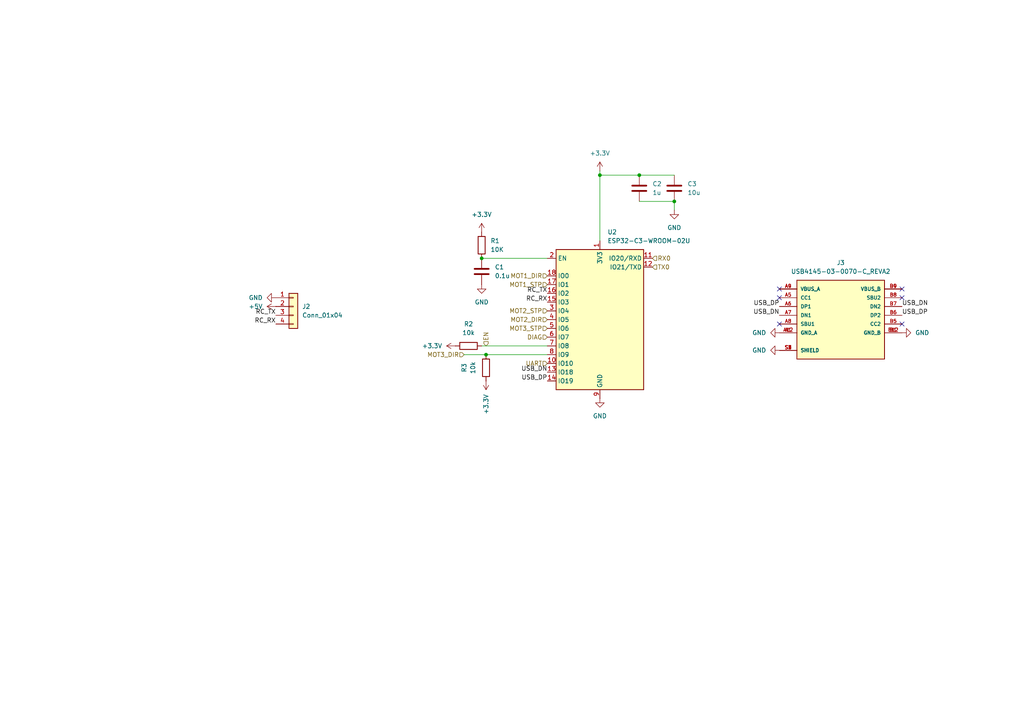
<source format=kicad_sch>
(kicad_sch (version 20231120) (generator "eeschema") (generator_version "8.0")
  (paper "A4")
  (lib_symbols
    (symbol "Connector_Generic:Conn_01x04" (pin_names (offset 1.016) hide)
      (property "Reference" "J" (at 0 5.08 0))
      (property "Value" "Conn_01x04" (at 0 -7.62 0))
      (symbol "Conn_01x04_1_1"
        (rectangle (start -1.27 -4.953) (end 0 -5.207) (stroke (width 0.1524)))
        (rectangle (start -1.27 -2.413) (end 0 -2.667) (stroke (width 0.1524)))
        (rectangle (start -1.27 0.127) (end 0 -0.127) (stroke (width 0.1524)))
        (rectangle (start -1.27 2.667) (end 0 2.413) (stroke (width 0.1524)))
        (rectangle (start -1.27 3.81) (end 1.27 -6.35) (stroke (width 0.254)) (fill (type background)))
        (pin passive line (at -5.08 2.54 0) (length 3.81) (name "Pin_1") (number "1"))
        (pin passive line (at -5.08 0 0) (length 3.81) (name "Pin_2") (number "2"))
        (pin passive line (at -5.08 -2.54 0) (length 3.81) (name "Pin_3") (number "3"))
        (pin passive line (at -5.08 -5.08 0) (length 3.81) (name "Pin_4") (number "4"))
      )
    )
    (symbol "Device:C" (pin_numbers hide) (pin_names (offset 0.254))
      (property "Reference" "C" (at 0.635 2.54 0))
      (property "Value" "C" (at 0.635 -2.54 0))
      (symbol "C_0_1"
        (polyline (pts (xy -2.032 -0.762) (xy 2.032 -0.762)) (stroke (width 0.508)))
        (polyline (pts (xy -2.032 0.762) (xy 2.032 0.762)) (stroke (width 0.508)))
      )
      (symbol "C_1_1"
        (pin passive line (at 0 3.81 270) (length 2.794) (name "~") (number "1"))
        (pin passive line (at 0 -3.81 90) (length 2.794) (name "~") (number "2"))
      )
    )
    (symbol "Device:R" (pin_numbers hide) (pin_names (offset 0))
      (property "Reference" "R" (at 2.032 0 90))
      (property "Value" "R" (at 0 0 90))
      (symbol "R_0_1"
        (rectangle (start -1.016 -2.54) (end 1.016 2.54) (stroke (width 0.254)))
      )
      (symbol "R_1_1"
        (pin passive line (at 0 3.81 270) (length 1.27) (name "~") (number "1"))
        (pin passive line (at 0 -3.81 90) (length 1.27) (name "~") (number "2"))
      )
    )
    (symbol "RF_Module:ESP32-C3-WROOM-02U"
      (property "Reference" "U" (at -12.192 21.336 0))
      (property "Value" "ESP32-C3-WROOM-02U" (at 12.7 21.336 0))
      (symbol "ESP32-C3-WROOM-02U_1_1"
        (rectangle (start -12.7 20.32) (end 12.7 -20.32) (stroke (width 0.254)) (fill (type background)))
        (pin power_in line (at 0 22.86 270) (length 2.54) (name "3V3") (number "1"))
        (pin bidirectional line (at -15.24 -12.7 0) (length 2.54) (name "IO10") (number "10"))
        (pin bidirectional line (at 15.24 17.78 180) (length 2.54) (name "IO20/RXD") (number "11"))
        (pin bidirectional line (at 15.24 15.24 180) (length 2.54) (name "IO21/TXD") (number "12"))
        (pin bidirectional line (at -15.24 -15.24 0) (length 2.54) (name "IO18") (number "13"))
        (pin bidirectional line (at -15.24 -17.78 0) (length 2.54) (name "IO19") (number "14"))
        (pin bidirectional line (at -15.24 5.08 0) (length 2.54) (name "IO3") (number "15"))
        (pin bidirectional line (at -15.24 7.62 0) (length 2.54) (name "IO2") (number "16"))
        (pin bidirectional line (at -15.24 10.16 0) (length 2.54) (name "IO1") (number "17"))
        (pin bidirectional line (at -15.24 12.7 0) (length 2.54) (name "IO0") (number "18"))
        (pin passive line (at 0 -22.86 90) (length 2.54) hide (name "GND") (number "19"))
        (pin input line (at -15.24 17.78 0) (length 2.54) (name "EN") (number "2"))
        (pin bidirectional line (at -15.24 2.54 0) (length 2.54) (name "IO4") (number "3"))
        (pin bidirectional line (at -15.24 0 0) (length 2.54) (name "IO5") (number "4"))
        (pin bidirectional line (at -15.24 -2.54 0) (length 2.54) (name "IO6") (number "5"))
        (pin bidirectional line (at -15.24 -5.08 0) (length 2.54) (name "IO7") (number "6"))
        (pin bidirectional line (at -15.24 -7.62 0) (length 2.54) (name "IO8") (number "7"))
        (pin bidirectional line (at -15.24 -10.16 0) (length 2.54) (name "IO9") (number "8"))
        (pin power_in line (at 0 -22.86 90) (length 2.54) (name "GND") (number "9"))
      )
    )
    (symbol "USB4145-03-0070-C_REVA2:USB4145-03-0070-C_REVA2" (pin_names (offset 1.016))
      (property "Reference" "J" (at -12.7 10.922 0))
      (property "Value" "USB4145-03-0070-C_REVA2" (at -12.7 -15.24 0))
      (symbol "USB4145-03-0070-C_REVA2_0_0"
        (rectangle (start -12.7 -12.7) (end 12.7 10.16) (stroke (width 0.254)) (fill (type background)))
        (pin power_in line (at -17.78 -5.08 0) (length 5.08) (name "GND_A") (number "A1"))
        (pin power_in line (at -17.78 -5.08 0) (length 5.08) (name "GND_A") (number "A12"))
        (pin power_in line (at -17.78 7.62 0) (length 5.08) (name "VBUS_A") (number "A4"))
        (pin bidirectional line (at -17.78 5.08 0) (length 5.08) (name "CC1") (number "A5"))
        (pin bidirectional line (at -17.78 2.54 0) (length 5.08) (name "DP1") (number "A6"))
        (pin bidirectional line (at -17.78 0 0) (length 5.08) (name "DN1") (number "A7"))
        (pin bidirectional line (at -17.78 -2.54 0) (length 5.08) (name "SBU1") (number "A8"))
        (pin power_in line (at -17.78 7.62 0) (length 5.08) (name "VBUS_A") (number "A9"))
        (pin power_in line (at 17.78 -5.08 180) (length 5.08) (name "GND_B") (number "B1"))
        (pin power_in line (at 17.78 -5.08 180) (length 5.08) (name "GND_B") (number "B12"))
        (pin power_in line (at 17.78 7.62 180) (length 5.08) (name "VBUS_B") (number "B4"))
        (pin bidirectional line (at 17.78 -2.54 180) (length 5.08) (name "CC2") (number "B5"))
        (pin bidirectional line (at 17.78 0 180) (length 5.08) (name "DP2") (number "B6"))
        (pin bidirectional line (at 17.78 2.54 180) (length 5.08) (name "DN2") (number "B7"))
        (pin bidirectional line (at 17.78 5.08 180) (length 5.08) (name "SBU2") (number "B8"))
        (pin power_in line (at 17.78 7.62 180) (length 5.08) (name "VBUS_B") (number "B9"))
        (pin passive line (at -17.78 -10.16 0) (length 5.08) (name "SHIELD") (number "S1"))
        (pin passive line (at -17.78 -10.16 0) (length 5.08) (name "SHIELD") (number "S2"))
        (pin passive line (at -17.78 -10.16 0) (length 5.08) (name "SHIELD") (number "S3"))
        (pin passive line (at -17.78 -10.16 0) (length 5.08) (name "SHIELD") (number "S4"))
      )
    )
    (symbol "power:+3.3V" (power) (pin_numbers hide) (pin_names (offset 0) hide)
      (property "Value" "+3.3V" (at 0 3.556 0))
      (symbol "+3.3V_0_1"
        (polyline (pts (xy -0.762 1.27) (xy 0 2.54)))
        (polyline (pts (xy 0 0) (xy 0 2.54)))
        (polyline (pts (xy 0 2.54) (xy 0.762 1.27)))
      )
      (symbol "+3.3V_1_1"
        (pin power_in line (at 0 0 90) (length 0) (name "~") (number "1"))
      )
    )
    (symbol "power:+5V" (power) (pin_numbers hide) (pin_names (offset 0) hide)
      (property "Value" "+5V" (at 0 3.556 0))
      (symbol "+5V_0_1"
        (polyline (pts (xy -0.762 1.27) (xy 0 2.54)))
        (polyline (pts (xy 0 0) (xy 0 2.54)))
        (polyline (pts (xy 0 2.54) (xy 0.762 1.27)))
      )
      (symbol "+5V_1_1"
        (pin power_in line (at 0 0 90) (length 0) (name "~") (number "1"))
      )
    )
    (symbol "power:GND" (power) (pin_numbers hide) (pin_names (offset 0) hide)
      (property "Value" "GND" (at 0 -3.81 0))
      (symbol "GND_0_1"
        (polyline (pts (xy 0 0) (xy 0 -1.27) (xy 1.27 -1.27) (xy 0 -2.54) (xy -1.27 -1.27) (xy 0 -1.27)))
      )
      (symbol "GND_1_1"
        (pin power_in line (at 0 0 270) (length 0) (name "~") (number "1"))
      )
    )
  )
  (junction (at 139.7 74.93))
  (junction (at 173.99 50.8))
  (junction (at 185.42 50.8))
  (junction (at 195.58 58.42))
  (junction (at 140.97 102.87))
  (no_connect (at 226.06 86.36))
  (no_connect (at 261.62 86.36))
  (no_connect (at 226.06 93.98))
  (no_connect (at 226.06 83.82))
  (no_connect (at 261.62 83.82))
  (no_connect (at 261.62 93.98))
  (wire (pts (xy 195.58 60.96) (xy 195.58 58.42)))
  (wire (pts (xy 139.7 100.33) (xy 158.75 100.33)))
  (wire (pts (xy 185.42 50.8) (xy 195.58 50.8)))
  (wire (pts (xy 173.99 49.53) (xy 173.99 50.8)))
  (wire (pts (xy 173.99 50.8) (xy 185.42 50.8)))
  (wire (pts (xy 185.42 58.42) (xy 195.58 58.42)))
  (wire (pts (xy 140.97 102.87) (xy 158.75 102.87)))
  (wire (pts (xy 173.99 50.8) (xy 173.99 69.85)))
  (wire (pts (xy 134.62 102.87) (xy 140.97 102.87)))
  (wire (pts (xy 139.7 74.93) (xy 158.75 74.93)))
  (label "USB_DN" (at 261.62 88.9 0))
  (label "USB_DP" (at 261.62 91.44 0))
  (label "RC_RX" (at 80.01 93.98 180))
  (label "USB_DP" (at 158.75 110.49 180))
  (label "USB_DN" (at 158.75 107.95 180))
  (label "USB_DP" (at 226.06 88.9 180))
  (label "USB_DN" (at 226.06 91.44 180))
  (label "RC_RX" (at 158.75 87.63 180))
  (label "RC_TX" (at 158.75 85.09 180))
  (label "RC_TX" (at 80.01 91.44 180))
  (hierarchical_label "RX0" (shape input) (at 189.23 74.93 0))
  (hierarchical_label "MOT1_STP" (shape input) (at 158.75 82.55 180))
  (hierarchical_label "EN" (shape input) (at 140.97 100.33 90))
  (hierarchical_label "MOT3_DIR" (shape input) (at 134.62 102.87 180))
  (hierarchical_label "MOT1_DIR" (shape input) (at 158.75 80.01 180))
  (hierarchical_label "DIAG" (shape input) (at 158.75 97.79 180))
  (hierarchical_label "MOT3_STP" (shape input) (at 158.75 95.25 180))
  (hierarchical_label "TX0" (shape input) (at 189.23 77.47 0))
  (hierarchical_label "MOT2_STP" (shape input) (at 158.75 90.17 180))
  (hierarchical_label "UART" (shape input) (at 158.75 105.41 180))
  (hierarchical_label "MOT2_DIR" (shape input) (at 158.75 92.71 180))
  (symbol (lib_id "power:GND") (at 139.7 82.55 0) (unit 1)
    (property "Reference" "#PWR08" (effects (hide yes)))
    (property "Value" "GND" (at 139.7 87.63 0))
    (property "Description" "Power symbol creates a global label with name \"GND\" , ground" (effects (hide yes)))
  )
  (symbol (lib_id "Device:C") (at 185.42 54.61 0) (unit 1)
    (property "Reference" "C2" (at 189.23 53.3399 0) (effects (justify left)))
    (property "Value" "1u" (at 189.23 55.8799 0) (effects (justify left)))
    (property "Footprint" "Capacitor_SMD:C_0603_1608Metric_Pad1.08x0.95mm_HandSolder" (effects (hide yes)))
    (property "Description" "Unpolarized capacitor" (effects (hide yes)))
  )
  (symbol (lib_id "power:+3.3V") (at 132.08 100.33 90) (unit 1)
    (property "Reference" "#PWR011" (effects (hide yes)))
    (property "Value" "+3.3V" (at 128.27 100.3299 90) (effects (justify left)))
    (property "Description" "Power symbol creates a global label with name \"+3.3V\"" (effects (hide yes)))
  )
  (symbol (lib_id "RF_Module:ESP32-C3-WROOM-02U") (at 173.99 92.71 0) (unit 1)
    (property "Reference" "U2" (at 176.1841 67.31 0) (effects (justify left)))
    (property "Value" "ESP32-C3-WROOM-02U" (at 176.1841 69.85 0) (effects (justify left)))
    (property "Footprint" "RF_Module:ESP32-C3-WROOM-02U" (effects (hide yes)))
    (property "Datasheet" "https://www.espressif.com/sites/default/files/documentation/esp32-c3-wroom-02_datasheet_en.pdf" (effects (hide yes)))
    (property "Description" "802.11 b/g/n Wi­Fi and Bluetooth 5 module, ESP32­C3 SoC, RISC­V microprocessor, On-board antenna" (effects (hide yes)))
  )
  (symbol (lib_id "power:GND") (at 195.58 60.96 0) (unit 1)
    (property "Reference" "#PWR010" (effects (hide yes)))
    (property "Value" "GND" (at 195.58 66.04 0))
    (property "Description" "Power symbol creates a global label with name \"GND\" , ground" (effects (hide yes)))
  )
  (symbol (lib_id "power:GND") (at 226.06 101.6 270) (unit 1)
    (property "Reference" "#PWR013" (effects (hide yes)))
    (property "Value" "GND" (at 222.25 101.5999 90) (effects (justify right)))
    (property "Description" "Power symbol creates a global label with name \"GND\" , ground" (effects (hide yes)))
  )
  (symbol (lib_id "Connector_Generic:Conn_01x04") (at 85.09 88.9 0) (unit 1)
    (property "Reference" "J2" (at 87.63 88.8999 0) (effects (justify left)))
    (property "Value" "Conn_01x04" (at 87.63 91.4399 0) (effects (justify left)))
    (property "Footprint" "Connector_PinHeader_2.54mm:PinHeader_1x04_P2.54mm_Vertical" (effects (hide yes)))
    (property "Description" "Generic connector, single row, 01x04, script generated (kicad-library-utils/schlib/autogen/connector/)" (effects (hide yes)))
  )
  (symbol (lib_id "power:+3.3V") (at 140.97 110.49 180) (unit 1)
    (property "Reference" "#PWR035" (effects (hide yes)))
    (property "Value" "+3.3V" (at 140.9699 114.3 90) (effects (justify left)))
    (property "Description" "Power symbol creates a global label with name \"+3.3V\"" (effects (hide yes)))
  )
  (symbol (lib_id "Device:R") (at 139.7 71.12 180) (unit 1)
    (property "Reference" "R1" (at 142.24 69.8499 0) (effects (justify right)))
    (property "Value" "10K" (at 142.24 72.3899 0) (effects (justify right)))
    (property "Footprint" "Resistor_SMD:R_0603_1608Metric_Pad0.98x0.95mm_HandSolder" (effects (hide yes)))
    (property "Description" "Resistor" (effects (hide yes)))
  )
  (symbol (lib_id "power:GND") (at 226.06 96.52 270) (unit 1)
    (property "Reference" "#PWR012" (effects (hide yes)))
    (property "Value" "GND" (at 222.25 96.5199 90) (effects (justify right)))
    (property "Description" "Power symbol creates a global label with name \"GND\" , ground" (effects (hide yes)))
  )
  (symbol (lib_id "power:+3.3V") (at 173.99 49.53 0) (unit 1)
    (property "Reference" "#PWR09" (effects (hide yes)))
    (property "Value" "+3.3V" (at 173.99 44.45 0))
    (property "Description" "Power symbol creates a global label with name \"+3.3V\"" (effects (hide yes)))
  )
  (symbol (lib_id "power:+3.3V") (at 139.7 67.31 0) (unit 1)
    (property "Reference" "#PWR07" (effects (hide yes)))
    (property "Value" "+3.3V" (at 139.7 62.23 0))
    (property "Description" "Power symbol creates a global label with name \"+3.3V\"" (effects (hide yes)))
  )
  (symbol (lib_id "Device:R") (at 135.89 100.33 90) (unit 1)
    (property "Reference" "R2" (at 135.89 93.98 90))
    (property "Value" "10k" (at 135.89 96.52 90))
    (property "Footprint" "Resistor_SMD:R_0603_1608Metric_Pad0.98x0.95mm_HandSolder" (effects (hide yes)))
    (property "Description" "Resistor" (effects (hide yes)))
  )
  (symbol (lib_id "power:GND") (at 80.01 86.36 270) (unit 1)
    (property "Reference" "#PWR04" (effects (hide yes)))
    (property "Value" "GND" (at 76.2 86.3599 90) (effects (justify right)))
    (property "Description" "Power symbol creates a global label with name \"GND\" , ground" (effects (hide yes)))
  )
  (symbol (lib_id "Device:C") (at 139.7 78.74 180) (unit 1)
    (property "Reference" "C1" (at 143.51 77.4699 0) (effects (justify right)))
    (property "Value" "0.1u" (at 143.51 80.0099 0) (effects (justify right)))
    (property "Footprint" "Capacitor_SMD:C_0603_1608Metric_Pad1.08x0.95mm_HandSolder" (effects (hide yes)))
    (property "Description" "Unpolarized capacitor" (effects (hide yes)))
  )
  (symbol (lib_id "Device:C") (at 195.58 54.61 0) (unit 1)
    (property "Reference" "C3" (at 199.39 53.3399 0) (effects (justify left)))
    (property "Value" "10u" (at 199.39 55.8799 0) (effects (justify left)))
    (property "Footprint" "Capacitor_SMD:C_0603_1608Metric_Pad1.08x0.95mm_HandSolder" (effects (hide yes)))
    (property "Description" "Unpolarized capacitor" (effects (hide yes)))
  )
  (symbol (lib_id "Device:R") (at 140.97 106.68 180) (unit 1)
    (property "Reference" "R3" (at 134.62 106.68 90))
    (property "Value" "10k" (at 137.16 106.68 90))
    (property "Footprint" "Resistor_SMD:R_0603_1608Metric_Pad0.98x0.95mm_HandSolder" (effects (hide yes)))
    (property "Description" "Resistor" (effects (hide yes)))
  )
  (symbol (lib_id "USB4145-03-0070-C_REVA2:USB4145-03-0070-C_REVA2") (at 243.84 91.44 0) (unit 1)
    (property "Reference" "J3" (at 243.84 76.2 0))
    (property "Value" "USB4145-03-0070-C_REVA2" (at 243.84 78.74 0))
    (property "Footprint" "USB4145-03-0070-C_REVA2:GCT_USB4145-03-0070-C_REVA2" (effects (hide yes)))
    (property "MF" "Global Connector Technology" (effects (hide yes)))
    (property "MAXIMUM_PACKAGE_HEIGHT" "7.66mm" (effects (hide yes)))
    (property "Package" "None" (effects (hide yes)))
    (property "Price" "None" (effects (hide yes)))
    (property "Check_prices" "https://www.snapeda.com/parts/USB4145-03-0070-C/Global+Connector+Technology/view-part/?ref=eda" (effects (hide yes)))
    (property "STANDARD" "Manufacturer Recommendations" (effects (hide yes)))
    (property "PARTREV" "A2" (effects (hide yes)))
    (property "SnapEDA_Link" "https://www.snapeda.com/parts/USB4145-03-0070-C/Global+Connector+Technology/view-part/?ref=snap" (effects (hide yes)))
    (property "MP" "USB4145-03-0070-C" (effects (hide yes)))
    (property "Description_1" "\n                        \n                            Type C USB 2.0 Connector\n                        \n" (effects (hide yes)))
    (property "MANUFACTURER" "GCT" (effects (hide yes)))
    (property "Availability" "In Stock" (effects (hide yes)))
    (property "SNAPEDA_PN" "USB4145-03-0070-C" (effects (hide yes)))
    (property "Mouser_Price_USD" "1.25" (effects (hide yes)))
    (property "Mouser Part Number" " 640-USB4145-3-0070-C " (effects (hide yes)))
  )
  (symbol (lib_id "power:GND") (at 173.99 115.57 0) (unit 1)
    (property "Reference" "#PWR06" (effects (hide yes)))
    (property "Value" "GND" (at 173.99 120.65 0))
    (property "Description" "Power symbol creates a global label with name \"GND\" , ground" (effects (hide yes)))
  )
  (symbol (lib_id "power:+5V") (at 80.01 88.9 90) (unit 1)
    (property "Reference" "#PWR05" (effects (hide yes)))
    (property "Value" "+5V" (at 76.2 88.8999 90) (effects (justify left)))
    (property "Description" "Power symbol creates a global label with name \"+5V\"" (effects (hide yes)))
  )
  (symbol (lib_id "power:GND") (at 261.62 96.52 90) (unit 1)
    (property "Reference" "#PWR014" (effects (hide yes)))
    (property "Value" "GND" (at 265.43 96.5199 90) (effects (justify right)))
    (property "Description" "Power symbol creates a global label with name \"GND\" , ground" (effects (hide yes)))
  )
)
</source>
